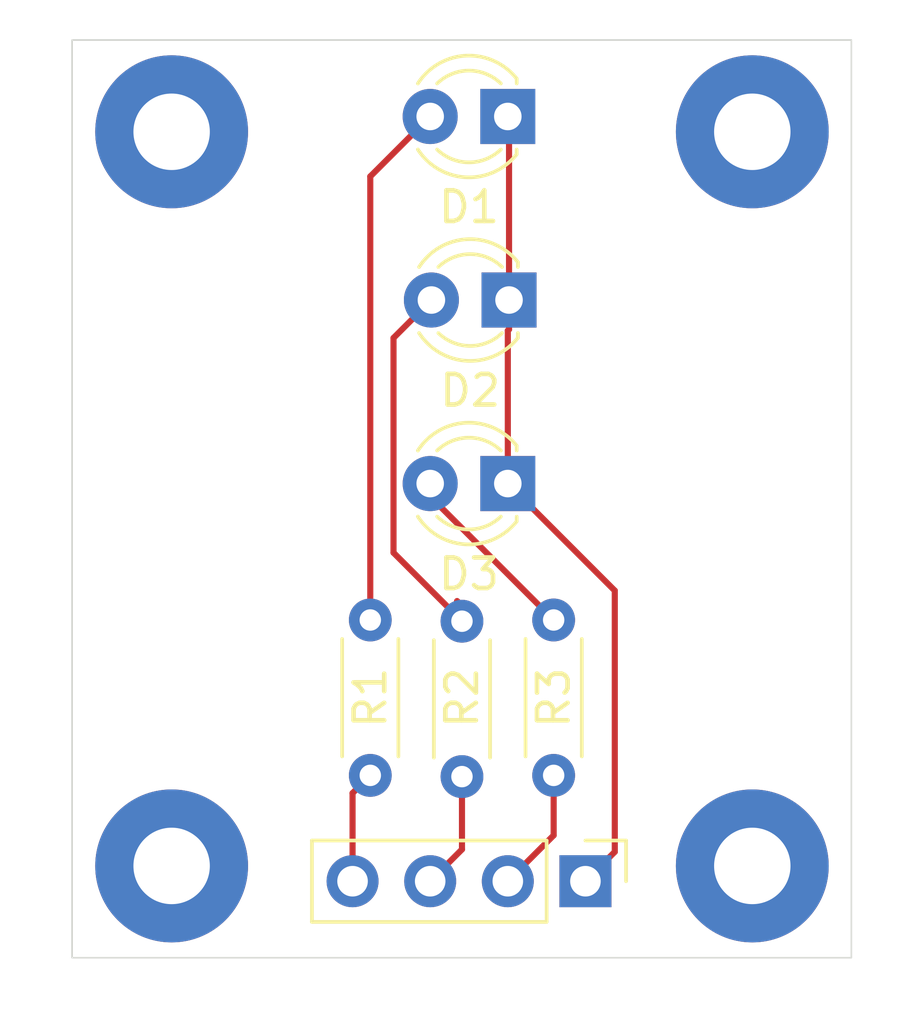
<source format=kicad_pcb>
(kicad_pcb (version 20240108) (generator "pcbnew") (generator_version "8.0")
  (layers (0 "F.Cu" signal) (31 "B.Cu" signal) (34 "B.Paste" user) (35 "F.Paste" user) (36 "B.SilkS" user "B.Silkscreen") (37 "F.SilkS" user "F.Silkscreen") (38 "B.Mask" user) (39 "F.Mask" user) (44 "Edge.Cuts" user))
  (net 0 "")
  (net 1 "Net-(D1-K)")
  (net 2 "Net-(D1-A)")
  (net 3 "Net-(D2-A)")
  (net 4 "Net-(D3-A)")
  (net 5 "Net-(J1-Pin_2)")
  (net 6 "Net-(J1-Pin_3)")
  (net 7 "Net-(J1-Pin_4)")
  (footprint "MountingHole:MountingHole_2.5mm_Pad" (layer "F.Cu") (at 140.5 109)
    (property "Reference" "H2" (hide yes))
    (property "Value" "MountingHole")
    (pad "1" thru_hole circle (at 0 0) (size 5 5) (drill 2.5) (layers "*.Cu" "*.Mask"))
  )
  (footprint "Resistor_THT:R_Axial_DIN0204_L3.6mm_D1.6mm_P5.08mm_Horizontal" (layer "F.Cu") (at 147 106.04 90)
    (property "Reference" "R1" (at 2.54 0 90) (layer "F.SilkS"))
    (property "Value" "R")
    (fp_line (start 0.62 -0.92) (end 4.46 -0.92) (stroke (width 0.12)) (layer "F.SilkS"))
    (fp_line (start 0.62 0.92) (end 4.46 0.92) (stroke (width 0.12)) (layer "F.SilkS"))
    (pad "1" thru_hole circle (at 0 0 90) (size 1.4 1.4) (drill 0.7) (layers "*.Cu" "*.Mask") (net 7 "Net-(J1-Pin_4)"))
    (pad "2" thru_hole oval (at 5.08 0 90) (size 1.4 1.4) (drill 0.7) (layers "*.Cu" "*.Mask") (net 4 "Net-(D3-A)"))
  )
  (footprint "Connector_PinHeader_2.54mm:PinHeader_1x04_P2.54mm_Vertical" (layer "F.Cu") (at 154.04 109.5 -90)
    (property "Reference" "J1" (hide yes))
    (property "Value" "Conn_01x04")
    (fp_line (start -1.33 8.95) (end 1.33 8.95) (stroke (width 0.12)) (layer "F.SilkS"))
    (fp_line (start -1.33 1.27) (end -1.33 8.95) (stroke (width 0.12)) (layer "F.SilkS"))
    (fp_line (start -1.33 1.27) (end 1.33 1.27) (stroke (width 0.12)) (layer "F.SilkS"))
    (fp_line (start 1.33 1.27) (end 1.33 8.95) (stroke (width 0.12)) (layer "F.SilkS"))
    (fp_line (start -1.33 0) (end -1.33 -1.33) (stroke (width 0.12)) (layer "F.SilkS"))
    (fp_line (start -1.33 -1.33) (end 0 -1.33) (stroke (width 0.12)) (layer "F.SilkS"))
    (pad "1" thru_hole rect (at 0 0 270) (size 1.7 1.7) (drill 1) (layers "*.Cu" "*.Mask") (net 1 "Net-(D1-K)"))
    (pad "2" thru_hole oval (at 0 2.54 270) (size 1.7 1.7) (drill 1) (layers "*.Cu" "*.Mask") (net 5 "Net-(J1-Pin_2)"))
    (pad "3" thru_hole oval (at 0 5.08 270) (size 1.7 1.7) (drill 1) (layers "*.Cu" "*.Mask") (net 6 "Net-(J1-Pin_3)"))
    (pad "4" thru_hole oval (at 0 7.62 270) (size 1.7 1.7) (drill 1) (layers "*.Cu" "*.Mask") (net 7 "Net-(J1-Pin_4)"))
  )
  (footprint "Resistor_THT:R_Axial_DIN0204_L3.6mm_D1.6mm_P5.08mm_Horizontal" (layer "F.Cu") (at 153 106.04 90)
    (property "Reference" "R3" (at 2.54 0 90) (layer "F.SilkS"))
    (property "Value" "R")
    (fp_line (start 0.62 -0.92) (end 4.46 -0.92) (stroke (width 0.12)) (layer "F.SilkS"))
    (fp_line (start 0.62 0.92) (end 4.46 0.92) (stroke (width 0.12)) (layer "F.SilkS"))
    (pad "1" thru_hole circle (at 0 0 90) (size 1.4 1.4) (drill 0.7) (layers "*.Cu" "*.Mask") (net 5 "Net-(J1-Pin_2)"))
    (pad "2" thru_hole oval (at 5.08 0 90) (size 1.4 1.4) (drill 0.7) (layers "*.Cu" "*.Mask") (net 2 "Net-(D1-A)"))
  )
  (footprint "LED_THT:LED_D3.0mm" (layer "F.Cu") (at 151.54 90.5 180)
    (property "Reference" "D2" (at 1.27 -2.96 0) (layer "F.SilkS"))
    (property "Value" "LED")
    (fp_line (start -0.29 1.08) (end -0.29 1.236) (stroke (width 0.12)) (layer "F.SilkS"))
    (fp_line (start -0.29 -1.236) (end -0.29 -1.08) (stroke (width 0.12)) (layer "F.SilkS"))
    (fp_arc (start 2.942335 1.078608) (mid 1.366487 1.987659) (end -0.29 1.235516) (stroke (width 0.12)) (layer "F.SilkS"))
    (fp_arc (start 2.31113 1.079837) (mid 1.270117 1.5) (end 0.229039 1.08) (stroke (width 0.12)) (layer "F.SilkS"))
    (fp_arc (start 0.229039 -1.08) (mid 1.270117 -1.5) (end 2.31113 -1.079837) (stroke (width 0.12)) (layer "F.SilkS"))
    (fp_arc (start -0.29 -1.235516) (mid 1.366487 -1.987659) (end 2.942335 -1.078608) (stroke (width 0.12)) (layer "F.SilkS"))
    (pad "1" thru_hole rect (at 0 0 180) (size 1.8 1.8) (drill 0.9) (layers "*.Cu" "*.Mask") (net 1 "Net-(D1-K)"))
    (pad "2" thru_hole circle (at 2.54 0 180) (size 1.8 1.8) (drill 0.9) (layers "*.Cu" "*.Mask") (net 3 "Net-(D2-A)"))
  )
  (footprint "Resistor_THT:R_Axial_DIN0204_L3.6mm_D1.6mm_P5.08mm_Horizontal" (layer "F.Cu") (at 150 106.08 90)
    (property "Reference" "R2" (at 2.58 0 90) (layer "F.SilkS"))
    (property "Value" "R")
    (fp_line (start 0.62 -0.92) (end 4.46 -0.92) (stroke (width 0.12)) (layer "F.SilkS"))
    (fp_line (start 0.62 0.92) (end 4.46 0.92) (stroke (width 0.12)) (layer "F.SilkS"))
    (pad "1" thru_hole circle (at 0 0 90) (size 1.4 1.4) (drill 0.7) (layers "*.Cu" "*.Mask") (net 6 "Net-(J1-Pin_3)"))
    (pad "2" thru_hole oval (at 5.08 0 90) (size 1.4 1.4) (drill 0.7) (layers "*.Cu" "*.Mask") (net 3 "Net-(D2-A)"))
  )
  (footprint "MountingHole:MountingHole_2.5mm_Pad" (layer "F.Cu") (at 140.5 85)
    (property "Reference" "H1" (hide yes))
    (property "Value" "MountingHole")
    (pad "1" thru_hole circle (at 0 0) (size 5 5) (drill 2.5) (layers "*.Cu" "*.Mask"))
  )
  (footprint "MountingHole:MountingHole_2.5mm_Pad" (layer "F.Cu") (at 159.5 109)
    (property "Reference" "H3" (hide yes))
    (property "Value" "MountingHole")
    (pad "1" thru_hole circle (at 0 0) (size 5 5) (drill 2.5) (layers "*.Cu" "*.Mask"))
  )
  (footprint "LED_THT:LED_D3.0mm" (layer "F.Cu") (at 151.5 96.5 180)
    (property "Reference" "D3" (at 1.27 -2.96 0) (layer "F.SilkS"))
    (property "Value" "LED")
    (fp_line (start -0.29 1.08) (end -0.29 1.236) (stroke (width 0.12)) (layer "F.SilkS"))
    (fp_line (start -0.29 -1.236) (end -0.29 -1.08) (stroke (width 0.12)) (layer "F.SilkS"))
    (fp_arc (start 2.942335 1.078608) (mid 1.366487 1.987659) (end -0.29 1.235516) (stroke (width 0.12)) (layer "F.SilkS"))
    (fp_arc (start 2.31113 1.079837) (mid 1.270117 1.5) (end 0.229039 1.08) (stroke (width 0.12)) (layer "F.SilkS"))
    (fp_arc (start 0.229039 -1.08) (mid 1.270117 -1.5) (end 2.31113 -1.079837) (stroke (width 0.12)) (layer "F.SilkS"))
    (fp_arc (start -0.29 -1.235516) (mid 1.366487 -1.987659) (end 2.942335 -1.078608) (stroke (width 0.12)) (layer "F.SilkS"))
    (pad "1" thru_hole rect (at 0 0 180) (size 1.8 1.8) (drill 0.9) (layers "*.Cu" "*.Mask") (net 1 "Net-(D1-K)"))
    (pad "2" thru_hole circle (at 2.54 0 180) (size 1.8 1.8) (drill 0.9) (layers "*.Cu" "*.Mask") (net 2 "Net-(D1-A)"))
  )
  (footprint "LED_THT:LED_D3.0mm" (layer "F.Cu") (at 151.5 84.5 180)
    (property "Reference" "D1" (at 1.27 -2.96 0) (layer "F.SilkS"))
    (property "Value" "LED")
    (fp_line (start -0.29 1.08) (end -0.29 1.236) (stroke (width 0.12)) (layer "F.SilkS"))
    (fp_line (start -0.29 -1.236) (end -0.29 -1.08) (stroke (width 0.12)) (layer "F.SilkS"))
    (fp_arc (start 2.942335 1.078608) (mid 1.366487 1.987659) (end -0.29 1.235516) (stroke (width 0.12)) (layer "F.SilkS"))
    (fp_arc (start 2.31113 1.079837) (mid 1.270117 1.5) (end 0.229039 1.08) (stroke (width 0.12)) (layer "F.SilkS"))
    (fp_arc (start 0.229039 -1.08) (mid 1.270117 -1.5) (end 2.31113 -1.079837) (stroke (width 0.12)) (layer "F.SilkS"))
    (fp_arc (start -0.29 -1.235516) (mid 1.366487 -1.987659) (end 2.942335 -1.078608) (stroke (width 0.12)) (layer "F.SilkS"))
    (pad "1" thru_hole rect (at 0 0 180) (size 1.8 1.8) (drill 0.9) (layers "*.Cu" "*.Mask") (net 1 "Net-(D1-K)"))
    (pad "2" thru_hole circle (at 2.54 0 180) (size 1.8 1.8) (drill 0.9) (layers "*.Cu" "*.Mask") (net 4 "Net-(D3-A)"))
  )
  (footprint "MountingHole:MountingHole_2.5mm_Pad" (layer "F.Cu") (at 159.5 85)
    (property "Reference" "H4" (hide yes))
    (property "Value" "MountingHole")
    (pad "1" thru_hole circle (at 0 0) (size 5 5) (drill 2.5) (layers "*.Cu" "*.Mask"))
  )
  (gr_rect (start 137.242299 82) (end 162.742299 112) (stroke (width 0.05)) (fill none) (layer "Edge.Cuts"))
  (segment (start 154.04 109.5) (end 155 108.54) (width 0.2) (layer "F.Cu") (net 1))
  (segment (start 151.54 90.5) (end 151.54 91.46) (width 0.2) (layer "F.Cu") (net 1))
  (segment (start 151.54 85.04) (end 151.54 90.5) (width 0.2) (layer "F.Cu") (net 1))
  (segment (start 151.5 84.5) (end 151.5 85) (width 0.2) (layer "F.Cu") (net 1))
  (segment (start 155 108.54) (end 155 100) (width 0.2) (layer "F.Cu") (net 1))
  (segment (start 155 100) (end 151.5 96.5) (width 0.2) (layer "F.Cu") (net 1))
  (segment (start 151.5 91.5) (end 151.5 96.5) (width 0.2) (layer "F.Cu") (net 1))
  (segment (start 151.5 85) (end 151.54 85.04) (width 0.2) (layer "F.Cu") (net 1))
  (segment (start 151.54 91.46) (end 151.5 91.5) (width 0.2) (layer "F.Cu") (net 1))
  (segment (start 153 100.96) (end 148.96 96.92) (width 0.2) (layer "F.Cu") (net 2))
  (segment (start 148.96 96.92) (end 148.96 96.5) (width 0.2) (layer "F.Cu") (net 2))
  (segment (start 149.92 100.42) (end 149.84 100.34) (width 0.2) (layer "F.Cu") (net 3))
  (segment (start 147.76 91.74) (end 149 90.5) (width 0.2) (layer "F.Cu") (net 3))
  (segment (start 147.76 98.76) (end 147.76 91.74) (width 0.2) (layer "F.Cu") (net 3))
  (segment (start 150 101) (end 147.76 98.76) (width 0.2) (layer "F.Cu") (net 3))
  (segment (start 147 86.46) (end 148.96 84.5) (width 0.2) (layer "F.Cu") (net 4))
  (segment (start 147 100.96) (end 147 86.46) (width 0.2) (layer "F.Cu") (net 4))
  (segment (start 153 108) (end 153 106.04) (width 0.2) (layer "F.Cu") (net 5))
  (segment (start 151.5 109.5) (end 153 108) (width 0.2) (layer "F.Cu") (net 5))
  (segment (start 150 108.46) (end 150 106.08) (width 0.2) (layer "F.Cu") (net 6))
  (segment (start 148.96 109.5) (end 150 108.46) (width 0.2) (layer "F.Cu") (net 6))
  (segment (start 146.42 109.5) (end 146.42 106.62) (width 0.2) (layer "F.Cu") (net 7))
  (segment (start 146.42 106.62) (end 147 106.04) (width 0.2) (layer "F.Cu") (net 7))
)
</source>
